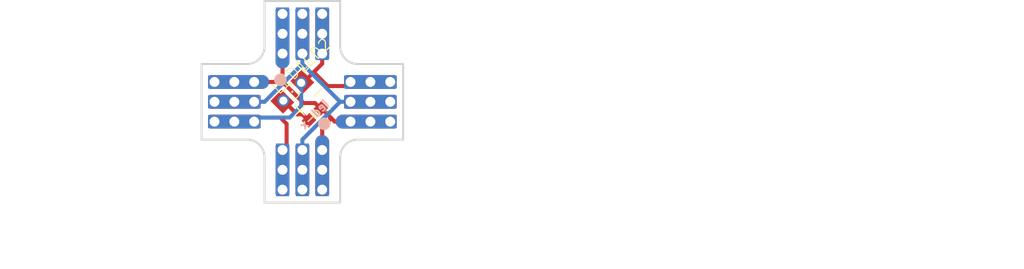
<source format=kicad_pcb>
(kicad_pcb (version 20211014) (generator pcbnew)
  (layers (0 "F.Cu" signal) (31 "B.Cu" signal) (34 "B.Paste" user) (35 "F.Paste" user) (36 "B.SilkS" user "B.Silkscreen") (37 "F.SilkS" user "F.Silkscreen") (38 "B.Mask" user) (39 "F.Mask" user) (44 "Edge.Cuts" user))
  (net 0 "")
  (net 1 "N$2")
  (net 2 "N$4")
  (net 3 "GND")
  (net 4 "5V")
  (footprint "boardEagle:FKIT-RIBBON_CONNECTOR_03_2MM_R" (layer "F.Cu") (at 148.5011 111.8616)
    (fp_text reference "J3" hide)
    (fp_text value "FKIT-RIBBON_CONNECTOR-2MM_R_REV2" hide)
    (fp_line (start 2 -2.5) (end 2 -2.8) (layer "F.Cu") (width 1.4016))
    (fp_poly (pts (xy -0.7008 2.5) (xy 0.7008 2.5) (xy 0.7008 -2.5) (xy -0.7008 -2.5)) (layer "F.Cu") (width 0) (fill solid))
    (fp_poly (pts (xy 1.2992 2.5) (xy 2.7008 2.5) (xy 2.7008 -2.5) (xy 1.2992 -2.5)) (layer "F.Cu") (width 0) (fill solid))
    (fp_poly (pts (xy -2.7008 2.5) (xy -1.2992 2.5) (xy -1.2992 -2.5) (xy -2.7008 -2.5)) (layer "F.Cu") (width 0) (fill solid))
    (fp_line (start 2 -2.5) (end 2 -2.8) (layer "B.Cu") (width 1.4016))
    (fp_poly (pts (xy -2.7008 2.5) (xy -1.2992 2.5) (xy -1.2992 -2.5) (xy -2.7008 -2.5)) (layer "B.Cu") (width 0) (fill solid))
    (fp_poly (pts (xy -0.7008 2.5) (xy 0.7008 2.5) (xy 0.7008 -2.5) (xy -0.7008 -2.5)) (layer "B.Cu") (width 0) (fill solid))
    (fp_poly (pts (xy 1.2992 2.5) (xy 2.7008 2.5) (xy 2.7008 -2.5) (xy 1.2992 -2.5)) (layer "B.Cu") (width 0) (fill solid))
    (pad "P1A" thru_hole rect (at 2 -2) (size 1.3 1.3) (drill 1) (layers *.Cu *.Mask) (net 4 "5V"))
    (pad "P1B" thru_hole rect (at 2 0) (size 1.3 1.3) (drill 1) (layers *.Cu *.Mask))
    (pad "P1C" thru_hole rect (at 2 2) (size 1.3 1.3) (drill 1) (layers *.Cu *.Mask))
    (pad "P2A" thru_hole rect (at 0 -2) (size 1.3 1.3) (drill 1) (layers *.Cu *.Mask) (net 1 "N$2"))
    (pad "P2B" thru_hole rect (at 0 0) (size 1.3 1.3) (drill 1) (layers *.Cu *.Mask))
    (pad "P2C" thru_hole rect (at 0 2) (size 1.3 1.3) (drill 1) (layers *.Cu *.Mask))
    (pad "P3A" thru_hole rect (at -2 -2) (size 1.3 1.3) (drill 1) (layers *.Cu *.Mask) (net 3 "GND"))
    (pad "P3B" thru_hole rect (at -2 0) (size 1.3 1.3) (drill 1) (layers *.Cu *.Mask))
    (pad "P3C" thru_hole rect (at -2 2) (size 1.3 1.3) (drill 1) (layers *.Cu *.Mask))
  )
  (footprint "boardEagle:CREATIVE_COMMONS" (layer "F.Cu") (at 138.3411 121.5136)
    (fp_text reference "U$1" hide)
    (fp_text value "CREATIVE_COMMONS" hide)
  )
  (footprint "boardEagle:FKIT-RIBBON_CONNECTOR_03_2MM_R" (layer "F.Cu") (at 148.5011 98.1456 180)
    (fp_text reference "J4" hide)
    (fp_text value "FKIT-RIBBON_CONNECTOR-2MM_R_REV2" hide)
    (fp_line (start 2 -2.5) (end 2 -2.8) (layer "F.Cu") (width 1.4016))
    (fp_poly (pts (xy 1.2992 2.5) (xy 2.7008 2.5) (xy 2.7008 -2.5) (xy 1.2992 -2.5)) (layer "F.Cu") (width 0) (fill solid))
    (fp_poly (pts (xy -0.7008 2.5) (xy 0.7008 2.5) (xy 0.7008 -2.5) (xy -0.7008 -2.5)) (layer "F.Cu") (width 0) (fill solid))
    (fp_poly (pts (xy -2.7008 2.5) (xy -1.2992 2.5) (xy -1.2992 -2.5) (xy -2.7008 -2.5)) (layer "F.Cu") (width 0) (fill solid))
    (fp_line (start 2 -2.5) (end 2 -2.8) (layer "B.Cu") (width 1.4016))
    (fp_poly (pts (xy -2.7008 2.5) (xy -1.2992 2.5) (xy -1.2992 -2.5) (xy -2.7008 -2.5)) (layer "B.Cu") (width 0) (fill solid))
    (fp_poly (pts (xy -0.7008 2.5) (xy 0.7008 2.5) (xy 0.7008 -2.5) (xy -0.7008 -2.5)) (layer "B.Cu") (width 0) (fill solid))
    (fp_poly (pts (xy 1.2992 2.5) (xy 2.7008 2.5) (xy 2.7008 -2.5) (xy 1.2992 -2.5)) (layer "B.Cu") (width 0) (fill solid))
    (pad "P1A" thru_hole rect (at 2 -2 180) (size 1.3 1.3) (drill 1) (layers *.Cu *.Mask) (net 4 "5V"))
    (pad "P1B" thru_hole rect (at 2 0 180) (size 1.3 1.3) (drill 1) (layers *.Cu *.Mask))
    (pad "P1C" thru_hole rect (at 2 2 180) (size 1.3 1.3) (drill 1) (layers *.Cu *.Mask))
    (pad "P2A" thru_hole rect (at 0 -2 180) (size 1.3 1.3) (drill 1) (layers *.Cu *.Mask) (net 1 "N$2"))
    (pad "P2B" thru_hole rect (at 0 0 180) (size 1.3 1.3) (drill 1) (layers *.Cu *.Mask))
    (pad "P2C" thru_hole rect (at 0 2 180) (size 1.3 1.3) (drill 1) (layers *.Cu *.Mask))
    (pad "P3A" thru_hole rect (at -2 -2 180) (size 1.3 1.3) (drill 1) (layers *.Cu *.Mask) (net 3 "GND"))
    (pad "P3B" thru_hole rect (at -2 0 180) (size 1.3 1.3) (drill 1) (layers *.Cu *.Mask))
    (pad "P3C" thru_hole rect (at -2 2 180) (size 1.3 1.3) (drill 1) (layers *.Cu *.Mask))
  )
  (footprint "boardEagle:0603-RES" (layer "F.Cu") (at 149.7711 106.2736 -135)
    (fp_text reference "R1" (at -0.889 -0.761999 -135) (layer "F.SilkS") (effects (font (size 0.373888 0.373888) (thickness 0.032512)) (justify left bottom)))
    (fp_text value "")
    (fp_poly (pts (xy -0.2286 0.381) (xy 0.2286 0.381) (xy 0.2286 -0.381) (xy -0.2286 -0.381)) (layer "F.SilkS") (width 0) (fill solid))
    (pad "1" smd rect (at -0.85 0 225) (size 1.1 1) (layers "F.Cu" "F.Paste" "F.Mask") (net 4 "5V"))
    (pad "2" smd rect (at 0.85 0 225) (size 1.1 1) (layers "F.Cu" "F.Paste" "F.Mask") (net 2 "N$4"))
  )
  (footprint "" (layer "F.Cu") (at 151.6761 101.8286)
    (fp_text reference "@HOLE0" hide)
    (fp_text value "" (at 0 0) (layer "F.SilkS") (effects (font (size 1.27 1.27))))
    (pad "" np_thru_hole circle (at 0 0) (size 1.1 1.1) (drill 1.1) (layers *.Cu *.Mask))
  )
  (footprint "boardEagle:FKIT-RIBBON_CONNECTOR_03_2MM_L" (layer "F.Cu") (at 141.6431 105.0036 -90)
    (fp_text reference "J1" hide)
    (fp_text value "FKIT-RIBBON_CONNECTOR-2MM_L_REV2" hide)
    (fp_line (start -2 -2.5) (end -2 -2.8) (layer "F.Cu") (width 1.4016))
    (fp_poly (pts (xy 1.2992 2.5) (xy 2.7008 2.5) (xy 2.7008 -2.5) (xy 1.2992 -2.5)) (layer "F.Cu") (width 0) (fill solid))
    (fp_poly (pts (xy -0.7008 2.5) (xy 0.7008 2.5) (xy 0.7008 -2.5) (xy -0.7008 -2.5)) (layer "F.Cu") (width 0) (fill solid))
    (fp_poly (pts (xy -2.7008 2.5) (xy -1.2992 2.5) (xy -1.2992 -2.5) (xy -2.7008 -2.5)) (layer "F.Cu") (width 0) (fill solid))
    (fp_line (start -2 -2.5) (end -2 -2.8) (layer "B.Cu") (width 1.4016))
    (fp_poly (pts (xy -0.7008 2.5) (xy 0.7008 2.5) (xy 0.7008 -2.5) (xy -0.7008 -2.5)) (layer "B.Cu") (width 0) (fill solid))
    (fp_poly (pts (xy -2.7008 2.5) (xy -1.2992 2.5) (xy -1.2992 -2.5) (xy -2.7008 -2.5)) (layer "B.Cu") (width 0) (fill solid))
    (fp_poly (pts (xy 1.2992 2.5) (xy 2.7008 2.5) (xy 2.7008 -2.5) (xy 1.2992 -2.5)) (layer "B.Cu") (width 0) (fill solid))
    (pad "P1A" thru_hole rect (at -2 -2 270) (size 1.3 1.3) (drill 1) (layers *.Cu *.Mask) (net 4 "5V"))
    (pad "P1B" thru_hole rect (at -2 0 270) (size 1.3 1.3) (drill 1) (layers *.Cu *.Mask))
    (pad "P1C" thru_hole rect (at -2 2 270) (size 1.3 1.3) (drill 1) (layers *.Cu *.Mask))
    (pad "P2A" thru_hole rect (at 0 -2 270) (size 1.3 1.3) (drill 1) (layers *.Cu *.Mask) (net 1 "N$2"))
    (pad "P2B" thru_hole rect (at 0 0 270) (size 1.3 1.3) (drill 1) (layers *.Cu *.Mask))
    (pad "P2C" thru_hole rect (at 0 2 270) (size 1.3 1.3) (drill 1) (layers *.Cu *.Mask))
    (pad "P3A" thru_hole rect (at 2 -2 270) (size 1.3 1.3) (drill 1) (layers *.Cu *.Mask) (net 3 "GND"))
    (pad "P3B" thru_hole rect (at 2 0 270) (size 1.3 1.3) (drill 1) (layers *.Cu *.Mask))
    (pad "P3C" thru_hole rect (at 2 2 270) (size 1.3 1.3) (drill 1) (layers *.Cu *.Mask))
  )
  (footprint "boardEagle:FKIT-LED-1206_NO_CREAM" (layer "F.Cu") (at 147.4851 103.9876 45)
    (fp_text reference "LED1" (at -1.270002 -1.270002 45) (layer "F.SilkS") (effects (font (size 1.176528 1.176528) (thickness 0.093472)) (justify left)))
    (fp_text value "")
    (fp_arc (start 0.55 0.5) (mid 0 0.743303) (end -0.55 0.5) (layer "F.SilkS") (width 0.1016))
    (fp_arc (start -0.55 -0.5) (mid 0 -0.743303) (end 0.55 -0.5) (layer "F.SilkS") (width 0.1016))
    (fp_poly (pts (xy -0.1 0.1) (xy 0.1 0.1) (xy 0.1 -0.1) (xy -0.1 -0.1)) (layer "F.SilkS") (width 0) (fill solid))
    (fp_poly (pts (xy 0.45 0.7) (xy 0.6 0.7) (xy 0.6 0.45) (xy 0.45 0.45)) (layer "F.SilkS") (width 0) (fill solid))
    (pad "A" smd rect (at -1.422 0 45) (size 1.6 1.803) (layers "F.Cu" "F.Mask") (net 2 "N$4"))
    (pad "C" smd rect (at 1.422 0 45) (size 1.6 1.803) (layers "F.Cu" "F.Mask") (net 3 "GND"))
  )
  (footprint "boardEagle:FKIT-RIBBON_CONNECTOR_03_2MM_L" (layer "F.Cu") (at 155.3591 105.0036 90)
    (fp_text reference "J2" hide)
    (fp_text value "FKIT-RIBBON_CONNECTOR-2MM_L_REV2" hide)
    (fp_line (start -2 -2.5) (end -2 -2.8) (layer "F.Cu") (width 1.4016))
    (fp_poly (pts (xy -0.7008 2.5) (xy 0.7008 2.5) (xy 0.7008 -2.5) (xy -0.7008 -2.5)) (layer "F.Cu") (width 0) (fill solid))
    (fp_poly (pts (xy 1.2992 2.5) (xy 2.7008 2.5) (xy 2.7008 -2.5) (xy 1.2992 -2.5)) (layer "F.Cu") (width 0) (fill solid))
    (fp_poly (pts (xy -2.7008 2.5) (xy -1.2992 2.5) (xy -1.2992 -2.5) (xy -2.7008 -2.5)) (layer "F.Cu") (width 0) (fill solid))
    (fp_line (start -2 -2.5) (end -2 -2.8) (layer "B.Cu") (width 1.4016))
    (fp_poly (pts (xy -0.7008 2.5) (xy 0.7008 2.5) (xy 0.7008 -2.5) (xy -0.7008 -2.5)) (layer "B.Cu") (width 0) (fill solid))
    (fp_poly (pts (xy 1.2992 2.5) (xy 2.7008 2.5) (xy 2.7008 -2.5) (xy 1.2992 -2.5)) (layer "B.Cu") (width 0) (fill solid))
    (fp_poly (pts (xy -2.7008 2.5) (xy -1.2992 2.5) (xy -1.2992 -2.5) (xy -2.7008 -2.5)) (layer "B.Cu") (width 0) (fill solid))
    (pad "P1A" thru_hole rect (at -2 -2 90) (size 1.3 1.3) (drill 1) (layers *.Cu *.Mask) (net 4 "5V"))
    (pad "P1B" thru_hole rect (at -2 0 90) (size 1.3 1.3) (drill 1) (layers *.Cu *.Mask))
    (pad "P1C" thru_hole rect (at -2 2 90) (size 1.3 1.3) (drill 1) (layers *.Cu *.Mask))
    (pad "P2A" thru_hole rect (at 0 -2 90) (size 1.3 1.3) (drill 1) (layers *.Cu *.Mask) (net 1 "N$2"))
    (pad "P2B" thru_hole rect (at 0 0 90) (size 1.3 1.3) (drill 1) (layers *.Cu *.Mask))
    (pad "P2C" thru_hole rect (at 0 2 90) (size 1.3 1.3) (drill 1) (layers *.Cu *.Mask))
    (pad "P3A" thru_hole rect (at 2 -2 90) (size 1.3 1.3) (drill 1) (layers *.Cu *.Mask) (net 3 "GND"))
    (pad "P3B" thru_hole rect (at 2 0 90) (size 1.3 1.3) (drill 1) (layers *.Cu *.Mask))
    (pad "P3C" thru_hole rect (at 2 2 90) (size 1.3 1.3) (drill 1) (layers *.Cu *.Mask))
  )
  (footprint "" (layer "F.Cu") (at 145.3261 108.1786)
    (fp_text reference "@HOLE1" hide)
    (fp_text value "" (at 0 0) (layer "F.SilkS") (effects (font (size 1.27 1.27))))
    (pad "" np_thru_hole circle (at 0 0) (size 1.1 1.1) (drill 1.1) (layers *.Cu *.Mask))
  )
  (footprint "boardEagle:LED3MM-NS" (layer "F.Cu") (at 147.4851 103.9876 45)
    (fp_text reference "LED2" (at 1.905 -0.381 45) (layer "F.SilkS") (effects (font (size 1.143 1.143) (thickness 0.127)) (justify left bottom)))
    (fp_text value "")
    (pad "A" thru_hole circle (at -1.27 0 45) (size 1.2192 1.2192) (drill 0.8128) (layers *.Cu *.Mask) (net 2 "N$4"))
    (pad "K" thru_hole circle (at 1.27 0 45) (size 1.2192 1.2192) (drill 0.8128) (layers *.Cu *.Mask) (net 3 "GND"))
  )
  (gr_circle (center 150.7236 107.2261) (end 151.0411 107.2261) (layer "B.SilkS") (width 0.6096) (fill none))
  (gr_circle (center 146.2786 102.7811) (end 146.5961 102.7811) (layer "B.SilkS") (width 0.6096) (fill none))
  (gr_circle (center 146.2786 102.7811) (end 146.5961 102.7811) (layer "F.SilkS") (width 0.6096) (fill none))
  (gr_circle (center 150.7236 107.2261) (end 151.0411 107.2261) (layer "F.SilkS") (width 0.6096) (fill none))
  (gr_line (start 152.3111 94.8436) (end 152.3111 99.4156) (layer "Edge.Cuts") (width 0.2032))
  (gr_arc (start 152.3111 110.5916) (mid 152.831864 109.334364) (end 154.0891 108.8136) (layer "Edge.Cuts") (width 0.2032))
  (gr_line (start 138.3411 101.1936) (end 142.9131 101.1936) (layer "Edge.Cuts") (width 0.2032))
  (gr_line (start 158.6611 108.8136) (end 154.0891 108.8136) (layer "Edge.Cuts") (width 0.2032))
  (gr_arc (start 142.9131 108.8136) (mid 144.170336 109.334364) (end 144.6911 110.5916) (layer "Edge.Cuts") (width 0.2032))
  (gr_line (start 158.6611 101.1936) (end 158.6611 108.8136) (layer "Edge.Cuts") (width 0.2032))
  (gr_arc (start 154.0891 101.1936) (mid 152.831864 100.672836) (end 152.3111 99.4156) (layer "Edge.Cuts") (width 0.2032))
  (gr_line (start 144.6911 115.1636) (end 144.6911 110.5916) (layer "Edge.Cuts") (width 0.2032))
  (gr_line (start 152.3111 110.5916) (end 152.3111 115.1636) (layer "Edge.Cuts") (width 0.2032))
  (gr_line (start 138.3411 108.8136) (end 138.3411 101.1936) (layer "Edge.Cuts") (width 0.2032))
  (gr_line (start 152.3111 115.1636) (end 144.6911 115.1636) (layer "Edge.Cuts") (width 0.2032))
  (gr_arc (start 144.6911 99.4156) (mid 144.170336 100.672836) (end 142.9131 101.1936) (layer "Edge.Cuts") (width 0.2032))
  (gr_line (start 154.0891 101.1936) (end 158.6611 101.1936) (layer "Edge.Cuts") (width 0.2032))
  (gr_line (start 144.6911 99.4156) (end 144.6911 94.8436) (layer "Edge.Cuts") (width 0.2032))
  (gr_line (start 142.9131 108.8136) (end 138.3411 108.8136) (layer "Edge.Cuts") (width 0.2032))
  (gr_line (start 144.6911 94.8436) (end 152.3111 94.8436) (layer "Edge.Cuts") (width 0.2032))
  (gr_text "led-x" (at 151.4221 105.2576 -315) (layer "B.SilkS") (effects (font (size 0.83312 0.83312) (thickness 0.18288)) (justify left bottom mirror)))
  (gr_text "+" (at 148.0566 107.2577 45) (layer "F.SilkS") (effects (font (size 1.63576 1.63576) (thickness 0.14224)) (justify left bottom)))
  (gr_text "-" (at 149.9299 105.3845 45) (layer "F.SilkS") (effects (font (size 1.63576 1.63576) (thickness 0.14224)) (justify left bottom)))
  (segment (start 148.5011 108.8136) (end 152.3111 105.0036) (width 0.4064) (layer "B.Cu") (net 1))
  (segment (start 152.3111 105.0036) (end 153.3591 105.0036) (width 0.4064) (layer "B.Cu") (net 1))
  (segment (start 144.6911 105.0036) (end 143.6431 105.0036) (width 0.4064) (layer "B.Cu") (net 1))
  (segment (start 152.3111 105.0036) (end 148.5011 101.1936) (width 0.4064) (layer "B.Cu") (net 1))
  (segment (start 148.5011 101.1936) (end 148.5011 100.1456) (width 0.4064) (layer "B.Cu") (net 1))
  (segment (start 148.5011 101.1936) (end 144.6911 105.0036) (width 0.4064) (layer "B.Cu") (net 1))
  (segment (start 148.5011 109.8616) (end 148.5011 108.8136) (width 0.4064) (layer "B.Cu") (net 1))
  (segment (start 149.170056 106.874644) (end 149.102143 106.874644) (width 0.4064) (layer "F.Cu") (net 2))
  (segment (start 147.9749 106.2736) (end 147.5939 105.8926) (width 0.4064) (layer "F.Cu") (net 2))
  (segment (start 149.102143 106.874644) (end 148.5011 106.2736) (width 0.4064) (layer "F.Cu") (net 2))
  (segment (start 147.5939 105.8926) (end 146.587071 104.885629) (width 0.4064) (layer "F.Cu") (net 2))
  (segment (start 148.5011 106.2736) (end 147.9749 106.2736) (width 0.4064) (layer "F.Cu") (net 2))
  (segment (start 146.587071 104.885629) (end 146.479593 104.993107) (width 0.4064) (layer "F.Cu") (net 2))
  (segment (start 148.6806 102.9821) (end 149.6439 102.0188) (width 0.4064) (layer "F.Cu") (net 3))
  (segment (start 146.9136 107.2261) (end 146.2786 106.5911) (width 0.4064) (layer "F.Cu") (net 3))
  (segment (start 152.9461 103.4161) (end 153.3586 103.0036) (width 0.4064) (layer "F.Cu") (net 3))
  (segment (start 143.6436 107.0036) (end 143.6431 107.0036) (width 0.4064) (layer "F.Cu") (net 3))
  (segment (start 150.5011 101.1616) (end 150.5011 100.1456) (width 0.4064) (layer "F.Cu") (net 3))
  (segment (start 151.0412 103.4161) (end 152.9461 103.4161) (width 0.4064) (layer "F.Cu") (net 3))
  (segment (start 148.383125 103.089575) (end 148.490603 102.982097) (width 0.4064) (layer "F.Cu") (net 3))
  (segment (start 146.5011 109.8616) (end 146.9136 109.4491) (width 0.4064) (layer "F.Cu") (net 3))
  (segment (start 146.2786 106.5911) (end 144.0561 106.5911) (width 0.4064) (layer "F.Cu") (net 3))
  (segment (start 153.3586 103.0036) (end 153.3591 103.0036) (width 0.4064) (layer "F.Cu") (net 3))
  (segment (start 149.6439 102.0188) (end 150.5011 101.1616) (width 0.4064) (layer "F.Cu") (net 3))
  (segment (start 146.9136 109.4491) (end 146.9136 107.2261) (width 0.4064) (layer "F.Cu") (net 3))
  (segment (start 148.490603 102.982097) (end 148.6806 102.9821) (width 0.4064) (layer "F.Cu") (net 3))
  (segment (start 149.6439 102.0188) (end 151.0412 103.4161) (width 0.4064) (layer "F.Cu") (net 3))
  (segment (start 144.0561 106.5911) (end 143.6436 107.0036) (width 0.4064) (layer "F.Cu") (net 3))
  (segment (start 148.3831 105.4391) (end 148.383125 103.089575) (width 0.4064) (layer "B.Cu") (net 3))
  (segment (start 147.2311 106.5911) (end 148.3831 105.4391) (width 0.4064) (layer "B.Cu") (net 3))
  (segment (start 143.6431 107.0036) (end 144.0556 106.5911) (width 0.4064) (layer "B.Cu") (net 3))
  (segment (start 144.0556 106.5911) (end 147.2311 106.5911) (width 0.4064) (layer "B.Cu") (net 3))
  (segment (start 148.6281 105.1306) (end 146.5011 103.0036) (width 0.4064) (layer "F.Cu") (net 4))
  (segment (start 146.5011 103.0036) (end 143.6431 103.0036) (width 0.4064) (layer "F.Cu") (net 4))
  (segment (start 151.4221 106.6546) (end 150.6117 105.8442) (width 0.4064) (layer "F.Cu") (net 4))
  (segment (start 150.2307 105.5902) (end 149.7711 105.1306) (width 0.4064) (layer "F.Cu") (net 4))
  (segment (start 150.5011 107.5756) (end 151.4221 106.6546) (width 0.4064) (layer "F.Cu") (net 4))
  (segment (start 153.3591 107.0036) (end 151.7711 107.0036) (width 0.4064) (layer "F.Cu") (net 4))
  (segment (start 150.5011 109.8616) (end 150.5011 107.5756) (width 0.4064) (layer "F.Cu") (net 4))
  (segment (start 150.2307 105.8442) (end 150.2307 105.5902) (width 0.4064) (layer "F.Cu") (net 4))
  (segment (start 150.2307 105.8442) (end 150.37214 105.67256) (width 0.4064) (layer "F.Cu") (net 4))
  (segment (start 151.7711 107.0036) (end 151.4221 106.6546) (width 0.4064) (layer "F.Cu") (net 4))
  (segment (start 150.2307 105.8442) (end 150.6117 105.8442) (width 0.4064) (layer "F.Cu") (net 4))
  (segment (start 149.7711 105.1306) (end 148.6281 105.1306) (width 0.4064) (layer "F.Cu") (net 4))
  (segment (start 146.5011 103.0036) (end 146.5011 100.1456) (width 0.4064) (layer "F.Cu") (net 4))
)
</source>
